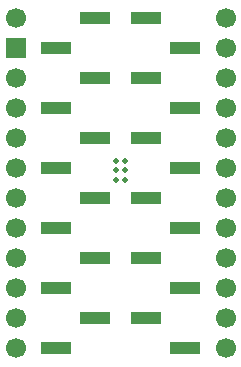
<source format=gbs>
G04 #@! TF.GenerationSoftware,KiCad,Pcbnew,9.0.6*
G04 #@! TF.CreationDate,2026-01-07T17:27:52-06:00*
G04 #@! TF.ProjectId,DHVQFN-20_4.65x3.65_P0.5,44485651-464e-42d3-9230-5f342e363578,rev?*
G04 #@! TF.SameCoordinates,Original*
G04 #@! TF.FileFunction,Soldermask,Bot*
G04 #@! TF.FilePolarity,Negative*
%FSLAX46Y46*%
G04 Gerber Fmt 4.6, Leading zero omitted, Abs format (unit mm)*
G04 Created by KiCad (PCBNEW 9.0.6) date 2026-01-07 17:27:52*
%MOMM*%
%LPD*%
G01*
G04 APERTURE LIST*
%ADD10C,0.508000*%
%ADD11C,1.700000*%
%ADD12R,1.700000X1.700000*%
%ADD13R,2.510000X1.000000*%
G04 APERTURE END LIST*
D10*
X138036300Y-118766370D03*
X138036300Y-119553770D03*
X138036300Y-120341170D03*
X138823700Y-118766370D03*
X138823700Y-119553770D03*
X138823700Y-120341170D03*
D11*
X129540000Y-106680000D03*
D12*
X129540000Y-109220000D03*
D11*
X129540000Y-111760000D03*
X129540000Y-114300000D03*
X129540000Y-116840000D03*
X129540000Y-119380000D03*
X129540000Y-121920000D03*
X129540000Y-124460000D03*
X129540000Y-127000000D03*
X129540000Y-129540000D03*
X129540000Y-132080000D03*
X129540000Y-134620000D03*
X147320000Y-106680000D03*
X147320000Y-109220000D03*
X147320000Y-111760000D03*
X147320000Y-114300000D03*
X147320000Y-116840000D03*
X147320000Y-119380000D03*
X147320000Y-121920000D03*
X147320000Y-124460000D03*
X147320000Y-127000000D03*
X147320000Y-129540000D03*
X147320000Y-132080000D03*
X147320000Y-134620000D03*
D13*
X136275000Y-106680000D03*
X132965000Y-109220000D03*
X136275000Y-111760000D03*
X132965000Y-114300000D03*
X136275000Y-116840000D03*
X132965000Y-119380000D03*
X136275000Y-121920000D03*
X132965000Y-124460000D03*
X136275000Y-127000000D03*
X132965000Y-129540000D03*
X136275000Y-132080000D03*
X132965000Y-134620000D03*
X140585000Y-106680000D03*
X143895000Y-109220000D03*
X140585000Y-111760000D03*
X143895000Y-114300000D03*
X140585000Y-116840000D03*
X143895000Y-119380000D03*
X140585000Y-121920000D03*
X143895000Y-124460000D03*
X140585000Y-127000000D03*
X143895000Y-129540000D03*
X140585000Y-132080000D03*
X143895000Y-134620000D03*
M02*

</source>
